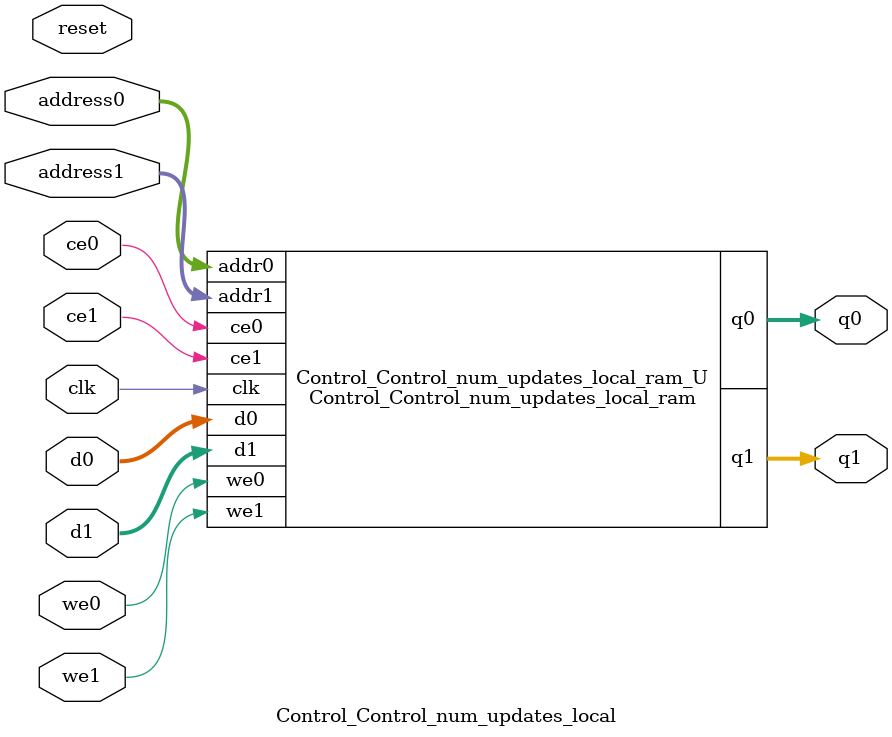
<source format=v>
`timescale 1 ns / 1 ps
module Control_Control_num_updates_local_ram (addr0, ce0, d0, we0, q0, addr1, ce1, d1, we1, q1,  clk);

parameter DWIDTH = 32;
parameter AWIDTH = 11;
parameter MEM_SIZE = 2048;

input[AWIDTH-1:0] addr0;
input ce0;
input[DWIDTH-1:0] d0;
input we0;
output reg[DWIDTH-1:0] q0;
input[AWIDTH-1:0] addr1;
input ce1;
input[DWIDTH-1:0] d1;
input we1;
output reg[DWIDTH-1:0] q1;
input clk;

(* ram_style = "block" *)reg [DWIDTH-1:0] ram[0:MEM_SIZE-1];




always @(posedge clk)  
begin 
    if (ce0) begin
        if (we0) 
            ram[addr0] <= d0; 
        q0 <= ram[addr0];
    end
end


always @(posedge clk)  
begin 
    if (ce1) begin
        if (we1) 
            ram[addr1] <= d1; 
        q1 <= ram[addr1];
    end
end


endmodule

`timescale 1 ns / 1 ps
module Control_Control_num_updates_local(
    reset,
    clk,
    address0,
    ce0,
    we0,
    d0,
    q0,
    address1,
    ce1,
    we1,
    d1,
    q1);

parameter DataWidth = 32'd32;
parameter AddressRange = 32'd2048;
parameter AddressWidth = 32'd11;
input reset;
input clk;
input[AddressWidth - 1:0] address0;
input ce0;
input we0;
input[DataWidth - 1:0] d0;
output[DataWidth - 1:0] q0;
input[AddressWidth - 1:0] address1;
input ce1;
input we1;
input[DataWidth - 1:0] d1;
output[DataWidth - 1:0] q1;



Control_Control_num_updates_local_ram Control_Control_num_updates_local_ram_U(
    .clk( clk ),
    .addr0( address0 ),
    .ce0( ce0 ),
    .we0( we0 ),
    .d0( d0 ),
    .q0( q0 ),
    .addr1( address1 ),
    .ce1( ce1 ),
    .we1( we1 ),
    .d1( d1 ),
    .q1( q1 ));

endmodule


</source>
